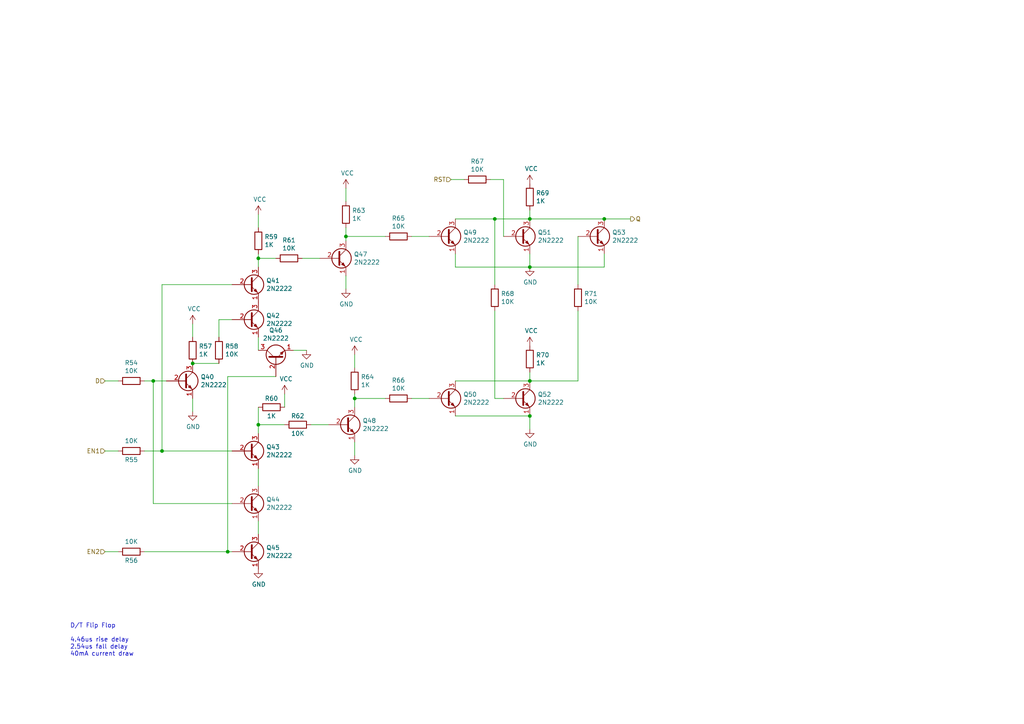
<source format=kicad_sch>
(kicad_sch (version 20230121) (generator eeschema)
  (paper "A4")
  (title_block (title "D Flip Flop") (date "2019-12-24") (rev "1") (comment 4 "Also doubles as a T flip-fop if desired"))
  (lib_symbols
    (symbol "2n2222:2N2222" (pin_names (offset 0) hide)
      (property "Reference" "Q" (at 5.08 1.905 0))
      (property "Value" "2N2222" (at 5.08 0 0))
      (symbol "2N2222_0_1"
        (polyline (pts (xy 0.635 0.635) (xy 2.54 2.54)))
        (polyline (pts (xy 0.635 -0.635) (xy 2.54 -2.54) (xy 2.54 -2.54)))
        (polyline (pts (xy 0.635 1.905) (xy 0.635 -1.905) (xy 0.635 -1.905)) (stroke (width 0.508)))
        (polyline (pts (xy 1.27 -1.778) (xy 1.778 -1.27) (xy 2.286 -2.286) (xy 1.27 -1.778) (xy 1.27 -1.778)) (fill (type outline)))
        (circle (center 1.27 0) (radius 2.8194) (stroke (width 0.254)))
      )
      (symbol "2N2222_1_1"
        (pin passive line (at 2.54 -5.08 90) (length 2.54) (name "E") (number "1"))
        (pin passive line (at -5.08 0 0) (length 5.715) (name "B") (number "2"))
        (pin passive line (at 2.54 5.08 270) (length 2.54) (name "C") (number "3"))
      )
    )
    (symbol "Device:R" (pin_numbers hide) (pin_names (offset 0))
      (property "Reference" "R" (at 2.032 0 90))
      (property "Value" "R" (at 0 0 90))
      (symbol "R_0_1"
        (rectangle (start -1.016 -2.54) (end 1.016 2.54) (stroke (width 0.254)))
      )
      (symbol "R_1_1"
        (pin passive line (at 0 3.81 270) (length 1.27) (name "~") (number "1"))
        (pin passive line (at 0 -3.81 90) (length 1.27) (name "~") (number "2"))
      )
    )
    (symbol "power:GND" (power) (pin_names (offset 0))
      (property "Value" "GND" (at 0 -3.81 0))
      (symbol "GND_0_1"
        (polyline (pts (xy 0 0) (xy 0 -1.27) (xy 1.27 -1.27) (xy 0 -2.54) (xy -1.27 -1.27) (xy 0 -1.27)))
      )
      (symbol "GND_1_1"
        (pin power_in line (at 0 0 270) (length 0) hide (name "GND") (number "1"))
      )
    )
    (symbol "power:VCC" (power) (pin_names (offset 0))
      (property "Value" "VCC" (at 0 3.81 0))
      (symbol "VCC_0_1"
        (polyline (pts (xy -0.762 1.27) (xy 0 2.54)))
        (polyline (pts (xy 0 0) (xy 0 2.54)))
        (polyline (pts (xy 0 2.54) (xy 0.762 1.27)))
      )
      (symbol "VCC_1_1"
        (pin power_in line (at 0 0 90) (length 0) hide (name "VCC") (number "1"))
      )
    )
  )
  (junction (at 44.45 110.49))
  (junction (at 74.93 74.93))
  (junction (at 66.04 160.02))
  (junction (at 153.67 77.47))
  (junction (at 175.26 63.5))
  (junction (at 153.67 63.5))
  (junction (at 46.99 130.81))
  (junction (at 102.87 115.57))
  (junction (at 74.93 123.19))
  (junction (at 55.88 105.41))
  (junction (at 100.33 68.58))
  (junction (at 153.67 110.49))
  (junction (at 153.67 120.65))
  (junction (at 143.51 63.5))
  (wire (pts (xy 46.99 82.55) (xy 46.99 130.81)))
  (wire (pts (xy 119.38 68.58) (xy 124.46 68.58)))
  (wire (pts (xy 132.08 120.65) (xy 153.67 120.65)))
  (wire (pts (xy 100.33 80.01) (xy 100.33 83.82)))
  (wire (pts (xy 44.45 146.05) (xy 67.31 146.05)))
  (wire (pts (xy 100.33 54.61) (xy 100.33 58.42)))
  (wire (pts (xy 30.48 110.49) (xy 34.29 110.49)))
  (wire (pts (xy 153.67 73.66) (xy 153.67 77.47)))
  (wire (pts (xy 100.33 68.58) (xy 100.33 69.85)))
  (wire (pts (xy 74.93 154.94) (xy 74.93 151.13)))
  (wire (pts (xy 143.51 90.17) (xy 143.51 115.57)))
  (wire (pts (xy 74.93 74.93) (xy 74.93 73.66)))
  (wire (pts (xy 66.04 160.02) (xy 67.31 160.02)))
  (wire (pts (xy 46.99 130.81) (xy 67.31 130.81)))
  (wire (pts (xy 41.91 110.49) (xy 44.45 110.49)))
  (wire (pts (xy 46.99 82.55) (xy 67.31 82.55)))
  (wire (pts (xy 111.76 68.58) (xy 100.33 68.58)))
  (wire (pts (xy 74.93 135.89) (xy 74.93 140.97)))
  (wire (pts (xy 167.64 82.55) (xy 167.64 68.58)))
  (wire (pts (xy 44.45 110.49) (xy 48.26 110.49)))
  (wire (pts (xy 55.88 97.79) (xy 55.88 93.98)))
  (wire (pts (xy 63.5 105.41) (xy 55.88 105.41)))
  (wire (pts (xy 46.99 130.81) (xy 41.91 130.81)))
  (wire (pts (xy 90.17 123.19) (xy 95.25 123.19)))
  (wire (pts (xy 63.5 97.79) (xy 63.5 92.71)))
  (wire (pts (xy 143.51 63.5) (xy 143.51 82.55)))
  (wire (pts (xy 100.33 66.04) (xy 100.33 68.58)))
  (wire (pts (xy 175.26 77.47) (xy 175.26 73.66)))
  (wire (pts (xy 102.87 102.87) (xy 102.87 106.68)))
  (wire (pts (xy 153.67 63.5) (xy 153.67 60.96)))
  (wire (pts (xy 55.88 119.38) (xy 55.88 115.57)))
  (wire (pts (xy 63.5 92.71) (xy 67.31 92.71)))
  (wire (pts (xy 143.51 115.57) (xy 146.05 115.57)))
  (wire (pts (xy 82.55 118.11) (xy 82.55 114.3)))
  (wire (pts (xy 102.87 114.3) (xy 102.87 115.57)))
  (wire (pts (xy 146.05 52.07) (xy 146.05 68.58)))
  (wire (pts (xy 132.08 73.66) (xy 132.08 77.47)))
  (wire (pts (xy 132.08 77.47) (xy 153.67 77.47)))
  (wire (pts (xy 41.91 160.02) (xy 66.04 160.02)))
  (wire (pts (xy 34.29 130.81) (xy 30.48 130.81)))
  (wire (pts (xy 74.93 118.11) (xy 74.93 123.19)))
  (wire (pts (xy 85.09 101.6) (xy 88.9 101.6)))
  (wire (pts (xy 153.67 110.49) (xy 167.64 110.49)))
  (wire (pts (xy 142.24 52.07) (xy 146.05 52.07)))
  (wire (pts (xy 74.93 97.79) (xy 74.93 101.6)))
  (wire (pts (xy 74.93 66.04) (xy 74.93 62.23)))
  (wire (pts (xy 102.87 115.57) (xy 102.87 118.11)))
  (wire (pts (xy 30.48 160.02) (xy 34.29 160.02)))
  (wire (pts (xy 74.93 77.47) (xy 74.93 74.93)))
  (wire (pts (xy 153.67 63.5) (xy 143.51 63.5)))
  (wire (pts (xy 153.67 124.46) (xy 153.67 120.65)))
  (wire (pts (xy 130.81 52.07) (xy 134.62 52.07)))
  (wire (pts (xy 143.51 63.5) (xy 132.08 63.5)))
  (wire (pts (xy 111.76 115.57) (xy 102.87 115.57)))
  (wire (pts (xy 80.01 74.93) (xy 74.93 74.93)))
  (wire (pts (xy 102.87 128.27) (xy 102.87 132.08)))
  (wire (pts (xy 153.67 110.49) (xy 153.67 107.95)))
  (wire (pts (xy 132.08 110.49) (xy 153.67 110.49)))
  (wire (pts (xy 66.04 109.22) (xy 80.01 109.22)))
  (wire (pts (xy 153.67 63.5) (xy 175.26 63.5)))
  (wire (pts (xy 66.04 109.22) (xy 66.04 160.02)))
  (wire (pts (xy 175.26 63.5) (xy 182.88 63.5)))
  (wire (pts (xy 167.64 110.49) (xy 167.64 90.17)))
  (wire (pts (xy 119.38 115.57) (xy 124.46 115.57)))
  (wire (pts (xy 44.45 110.49) (xy 44.45 146.05)))
  (wire (pts (xy 82.55 123.19) (xy 74.93 123.19)))
  (wire (pts (xy 87.63 74.93) (xy 92.71 74.93)))
  (wire (pts (xy 74.93 123.19) (xy 74.93 125.73)))
  (wire (pts (xy 153.67 77.47) (xy 175.26 77.47)))
  (text "D/T Flip Flop\n\n4.46us rise delay\n2.54us fall delay\n40mA current draw" (at 20.32 190.5 0) (effects (font (size 1.27 1.27)) (justify left bottom)))
  (hierarchical_label "RST" (shape input) (at 130.81 52.07 180))
  (hierarchical_label "EN1" (shape input) (at 30.48 130.81 180))
  (hierarchical_label "Q" (shape output) (at 182.88 63.5 0))
  (hierarchical_label "EN2" (shape input) (at 30.48 160.02 180))
  (hierarchical_label "D" (shape input) (at 30.48 110.49 180))
  (symbol (lib_id "Device:R") (at 100.33 62.23 0) (unit 1)
    (property "Reference" "R63" (at 102.108 61.0616 0) (effects (justify left)))
    (property "Value" "1K" (at 102.108 63.373 0) (effects (justify left)))
    (property "Footprint" "Resistor_THT:R_Axial_DIN0309_L9.0mm_D3.2mm_P12.70mm_Horizontal" (effects hide))
  )
  (symbol (lib_id "Device:R") (at 63.5 101.6 0) (unit 1)
    (property "Reference" "R58" (at 65.278 100.4316 0) (effects (justify left)))
    (property "Value" "10K" (at 65.278 102.743 0) (effects (justify left)))
    (property "Footprint" "Resistor_THT:R_Axial_DIN0309_L9.0mm_D3.2mm_P12.70mm_Horizontal" (effects hide))
  )
  (symbol (lib_id "2n2222:2N2222") (at 80.01 104.14 90) (unit 1)
    (property "Reference" "Q46" (at 80.01 95.8088 90))
    (property "Value" "2N2222" (at 80.01 98.1202 90))
    (property "Footprint" "Package_TO_SOT_THT:TO-92_Inline" (effects hide))
    (property "Datasheet" "https://www.fairchildsemi.com/datasheets/2N/2N3904.pdf" (effects hide))
  )
  (symbol (lib_id "power:GND") (at 74.93 165.1 0) (unit 1)
    (property "Reference" "#PWR069" (effects hide))
    (property "Value" "GND" (at 75.057 169.4942 0))
  )
  (symbol (lib_id "Device:R") (at 86.36 123.19 270) (unit 1)
    (property "Reference" "R62" (at 86.36 120.65 90))
    (property "Value" "10K" (at 86.36 125.73 90))
    (property "Footprint" "Resistor_THT:R_Axial_DIN0309_L9.0mm_D3.2mm_P12.70mm_Horizontal" (effects hide))
  )
  (symbol (lib_id "2n2222:2N2222") (at 100.33 123.19 0) (unit 1)
    (property "Reference" "Q48" (at 105.156 122.0216 0) (effects (justify left)))
    (property "Value" "2N2222" (at 105.156 124.333 0) (effects (justify left)))
    (property "Footprint" "Package_TO_SOT_THT:TO-92_Inline" (effects hide))
    (property "Datasheet" "https://www.fairchildsemi.com/datasheets/2N/2N3904.pdf" (effects hide))
  )
  (symbol (lib_id "power:VCC") (at 102.87 102.87 0) (unit 1)
    (property "Reference" "#PWR074" (effects hide))
    (property "Value" "VCC" (at 103.3018 98.4758 0))
  )
  (symbol (lib_id "2n2222:2N2222") (at 72.39 160.02 0) (unit 1)
    (property "Reference" "Q45" (at 77.216 158.8516 0) (effects (justify left)))
    (property "Value" "2N2222" (at 77.216 161.163 0) (effects (justify left)))
    (property "Footprint" "Package_TO_SOT_THT:TO-92_Inline" (effects hide))
    (property "Datasheet" "https://www.fairchildsemi.com/datasheets/2N/2N3904.pdf" (effects hide))
  )
  (symbol (lib_id "Device:R") (at 115.57 115.57 270) (unit 1)
    (property "Reference" "R66" (at 115.57 110.3122 90))
    (property "Value" "10K" (at 115.57 112.6236 90))
    (property "Footprint" "Resistor_THT:R_Axial_DIN0309_L9.0mm_D3.2mm_P12.70mm_Horizontal" (effects hide))
  )
  (symbol (lib_id "Device:R") (at 153.67 57.15 180) (unit 1)
    (property "Reference" "R69" (at 155.448 55.9816 0) (effects (justify right)))
    (property "Value" "1K" (at 155.448 58.293 0) (effects (justify right)))
    (property "Footprint" "Resistor_THT:R_Axial_DIN0309_L9.0mm_D3.2mm_P12.70mm_Horizontal" (effects hide))
  )
  (symbol (lib_id "power:VCC") (at 153.67 53.34 0) (unit 1)
    (property "Reference" "#PWR076" (effects hide))
    (property "Value" "VCC" (at 154.1018 48.9458 0))
  )
  (symbol (lib_id "Device:R") (at 138.43 52.07 270) (unit 1)
    (property "Reference" "R67" (at 138.43 46.8122 90))
    (property "Value" "10K" (at 138.43 49.1236 90))
    (property "Footprint" "Resistor_THT:R_Axial_DIN0309_L9.0mm_D3.2mm_P12.70mm_Horizontal" (effects hide))
  )
  (symbol (lib_id "2n2222:2N2222") (at 129.54 115.57 0) (unit 1)
    (property "Reference" "Q50" (at 134.366 114.4016 0) (effects (justify left)))
    (property "Value" "2N2222" (at 134.366 116.713 0) (effects (justify left)))
    (property "Footprint" "Package_TO_SOT_THT:TO-92_Inline" (effects hide))
    (property "Datasheet" "https://www.fairchildsemi.com/datasheets/2N/2N3904.pdf" (effects hide))
  )
  (symbol (lib_id "power:VCC") (at 153.67 100.33 0) (unit 1)
    (property "Reference" "#PWR078" (effects hide))
    (property "Value" "VCC" (at 154.1018 95.9358 0))
  )
  (symbol (lib_id "Device:R") (at 143.51 86.36 0) (unit 1)
    (property "Reference" "R68" (at 145.288 85.1916 0) (effects (justify left)))
    (property "Value" "10K" (at 145.288 87.503 0) (effects (justify left)))
    (property "Footprint" "Resistor_THT:R_Axial_DIN0309_L9.0mm_D3.2mm_P12.70mm_Horizontal" (effects hide))
  )
  (symbol (lib_id "power:VCC") (at 74.93 62.23 0) (unit 1)
    (property "Reference" "#PWR068" (effects hide))
    (property "Value" "VCC" (at 75.3618 57.8358 0))
  )
  (symbol (lib_id "Device:R") (at 83.82 74.93 270) (unit 1)
    (property "Reference" "R61" (at 83.82 69.6722 90))
    (property "Value" "10K" (at 83.82 71.9836 90))
    (property "Footprint" "Resistor_THT:R_Axial_DIN0309_L9.0mm_D3.2mm_P12.70mm_Horizontal" (effects hide))
  )
  (symbol (lib_id "2n2222:2N2222") (at 97.79 74.93 0) (unit 1)
    (property "Reference" "Q47" (at 102.616 73.7616 0) (effects (justify left)))
    (property "Value" "2N2222" (at 102.616 76.073 0) (effects (justify left)))
    (property "Footprint" "Package_TO_SOT_THT:TO-92_Inline" (effects hide))
    (property "Datasheet" "https://www.fairchildsemi.com/datasheets/2N/2N3904.pdf" (effects hide))
  )
  (symbol (lib_id "power:GND") (at 100.33 83.82 0) (unit 1)
    (property "Reference" "#PWR073" (effects hide))
    (property "Value" "GND" (at 100.457 88.2142 0))
  )
  (symbol (lib_id "power:GND") (at 55.88 119.38 0) (unit 1)
    (property "Reference" "#PWR067" (effects hide))
    (property "Value" "GND" (at 56.007 123.7742 0))
  )
  (symbol (lib_id "2n2222:2N2222") (at 72.39 146.05 0) (unit 1)
    (property "Reference" "Q44" (at 77.216 144.8816 0) (effects (justify left)))
    (property "Value" "2N2222" (at 77.216 147.193 0) (effects (justify left)))
    (property "Footprint" "Package_TO_SOT_THT:TO-92_Inline" (effects hide))
    (property "Datasheet" "https://www.fairchildsemi.com/datasheets/2N/2N3904.pdf" (effects hide))
  )
  (symbol (lib_id "Device:R") (at 38.1 130.81 270) (unit 1)
    (property "Reference" "R55" (at 38.1 133.35 90))
    (property "Value" "10K" (at 38.1 127.8636 90))
    (property "Footprint" "Resistor_THT:R_Axial_DIN0309_L9.0mm_D3.2mm_P12.70mm_Horizontal" (effects hide))
  )
  (symbol (lib_id "Device:R") (at 78.74 118.11 270) (unit 1)
    (property "Reference" "R60" (at 78.74 115.57 90))
    (property "Value" "1K" (at 78.74 120.65 90))
    (property "Footprint" "Resistor_THT:R_Axial_DIN0309_L9.0mm_D3.2mm_P12.70mm_Horizontal" (effects hide))
  )
  (symbol (lib_id "power:VCC") (at 82.55 114.3 0) (unit 1)
    (property "Reference" "#PWR070" (effects hide))
    (property "Value" "VCC" (at 82.9818 109.9058 0))
  )
  (symbol (lib_id "power:GND") (at 102.87 132.08 0) (unit 1)
    (property "Reference" "#PWR075" (effects hide))
    (property "Value" "GND" (at 102.997 136.4742 0))
  )
  (symbol (lib_id "Device:R") (at 38.1 160.02 270) (unit 1)
    (property "Reference" "R56" (at 38.1 162.56 90))
    (property "Value" "10K" (at 38.1 157.0736 90))
    (property "Footprint" "Resistor_THT:R_Axial_DIN0309_L9.0mm_D3.2mm_P12.70mm_Horizontal" (effects hide))
  )
  (symbol (lib_id "Device:R") (at 115.57 68.58 270) (unit 1)
    (property "Reference" "R65" (at 115.57 63.3222 90))
    (property "Value" "10K" (at 115.57 65.6336 90))
    (property "Footprint" "Resistor_THT:R_Axial_DIN0309_L9.0mm_D3.2mm_P12.70mm_Horizontal" (effects hide))
  )
  (symbol (lib_id "2n2222:2N2222") (at 151.13 115.57 0) (unit 1)
    (property "Reference" "Q52" (at 155.956 114.4016 0) (effects (justify left)))
    (property "Value" "2N2222" (at 155.956 116.713 0) (effects (justify left)))
    (property "Footprint" "Package_TO_SOT_THT:TO-92_Inline" (effects hide))
    (property "Datasheet" "https://www.fairchildsemi.com/datasheets/2N/2N3904.pdf" (effects hide))
  )
  (symbol (lib_id "power:GND") (at 153.67 124.46 0) (unit 1)
    (property "Reference" "#PWR079" (effects hide))
    (property "Value" "GND" (at 153.797 128.8542 0))
  )
  (symbol (lib_id "Device:R") (at 167.64 86.36 0) (unit 1)
    (property "Reference" "R71" (at 169.418 85.1916 0) (effects (justify left)))
    (property "Value" "10K" (at 169.418 87.503 0) (effects (justify left)))
    (property "Footprint" "Resistor_THT:R_Axial_DIN0309_L9.0mm_D3.2mm_P12.70mm_Horizontal" (effects hide))
  )
  (symbol (lib_id "2n2222:2N2222") (at 72.39 82.55 0) (unit 1)
    (property "Reference" "Q41" (at 77.216 81.3816 0) (effects (justify left)))
    (property "Value" "2N2222" (at 77.216 83.693 0) (effects (justify left)))
    (property "Footprint" "Package_TO_SOT_THT:TO-92_Inline" (effects hide))
    (property "Datasheet" "https://www.fairchildsemi.com/datasheets/2N/2N3904.pdf" (effects hide))
  )
  (symbol (lib_id "Device:R") (at 74.93 69.85 0) (unit 1)
    (property "Reference" "R59" (at 76.708 68.6816 0) (effects (justify left)))
    (property "Value" "1K" (at 76.708 70.993 0) (effects (justify left)))
    (property "Footprint" "Resistor_THT:R_Axial_DIN0309_L9.0mm_D3.2mm_P12.70mm_Horizontal" (effects hide))
  )
  (symbol (lib_id "power:VCC") (at 100.33 54.61 0) (unit 1)
    (property "Reference" "#PWR072" (effects hide))
    (property "Value" "VCC" (at 100.7618 50.2158 0))
  )
  (symbol (lib_id "2n2222:2N2222") (at 72.39 92.71 0) (unit 1)
    (property "Reference" "Q42" (at 77.216 91.5416 0) (effects (justify left)))
    (property "Value" "2N2222" (at 77.216 93.853 0) (effects (justify left)))
    (property "Footprint" "Package_TO_SOT_THT:TO-92_Inline" (effects hide))
    (property "Datasheet" "https://www.fairchildsemi.com/datasheets/2N/2N3904.pdf" (effects hide))
  )
  (symbol (lib_id "2n2222:2N2222") (at 53.34 110.49 0) (unit 1)
    (property "Reference" "Q40" (at 58.166 109.3216 0) (effects (justify left)))
    (property "Value" "2N2222" (at 58.166 111.633 0) (effects (justify left)))
    (property "Footprint" "Package_TO_SOT_THT:TO-92_Inline" (effects hide))
    (property "Datasheet" "https://www.fairchildsemi.com/datasheets/2N/2N3904.pdf" (effects hide))
  )
  (symbol (lib_id "Device:R") (at 38.1 110.49 270) (unit 1)
    (property "Reference" "R54" (at 38.1 105.2322 90))
    (property "Value" "10K" (at 38.1 107.5436 90))
    (property "Footprint" "Resistor_THT:R_Axial_DIN0309_L9.0mm_D3.2mm_P12.70mm_Horizontal" (effects hide))
  )
  (symbol (lib_id "power:VCC") (at 55.88 93.98 0) (unit 1)
    (property "Reference" "#PWR066" (effects hide))
    (property "Value" "VCC" (at 56.3118 89.5858 0))
  )
  (symbol (lib_id "Device:R") (at 55.88 101.6 0) (unit 1)
    (property "Reference" "R57" (at 57.658 100.4316 0) (effects (justify left)))
    (property "Value" "1K" (at 57.658 102.743 0) (effects (justify left)))
    (property "Footprint" "Resistor_THT:R_Axial_DIN0309_L9.0mm_D3.2mm_P12.70mm_Horizontal" (effects hide))
  )
  (symbol (lib_id "power:GND") (at 88.9 101.6 0) (unit 1)
    (property "Reference" "#PWR071" (effects hide))
    (property "Value" "GND" (at 89.027 105.9942 0))
  )
  (symbol (lib_id "2n2222:2N2222") (at 72.39 130.81 0) (unit 1)
    (property "Reference" "Q43" (at 77.216 129.6416 0) (effects (justify left)))
    (property "Value" "2N2222" (at 77.216 131.953 0) (effects (justify left)))
    (property "Footprint" "Package_TO_SOT_THT:TO-92_Inline" (effects hide))
    (property "Datasheet" "https://www.fairchildsemi.com/datasheets/2N/2N3904.pdf" (effects hide))
  )
  (symbol (lib_id "Device:R") (at 102.87 110.49 0) (unit 1)
    (property "Reference" "R64" (at 104.648 109.3216 0) (effects (justify left)))
    (property "Value" "1K" (at 104.648 111.633 0) (effects (justify left)))
    (property "Footprint" "Resistor_THT:R_Axial_DIN0309_L9.0mm_D3.2mm_P12.70mm_Horizontal" (effects hide))
  )
  (symbol (lib_id "2n2222:2N2222") (at 129.54 68.58 0) (unit 1)
    (property "Reference" "Q49" (at 134.366 67.4116 0) (effects (justify left)))
    (property "Value" "2N2222" (at 134.366 69.723 0) (effects (justify left)))
    (property "Footprint" "Package_TO_SOT_THT:TO-92_Inline" (effects hide))
    (property "Datasheet" "https://www.fairchildsemi.com/datasheets/2N/2N3904.pdf" (effects hide))
  )
  (symbol (lib_id "2n2222:2N2222") (at 151.13 68.58 0) (unit 1)
    (property "Reference" "Q51" (at 155.956 67.4116 0) (effects (justify left)))
    (property "Value" "2N2222" (at 155.956 69.723 0) (effects (justify left)))
    (property "Footprint" "Package_TO_SOT_THT:TO-92_Inline" (effects hide))
    (property "Datasheet" "https://www.fairchildsemi.com/datasheets/2N/2N3904.pdf" (effects hide))
  )
  (symbol (lib_id "2n2222:2N2222") (at 172.72 68.58 0) (unit 1)
    (property "Reference" "Q53" (at 177.546 67.4116 0) (effects (justify left)))
    (property "Value" "2N2222" (at 177.546 69.723 0) (effects (justify left)))
    (property "Footprint" "Package_TO_SOT_THT:TO-92_Inline" (effects hide))
    (property "Datasheet" "https://www.fairchildsemi.com/datasheets/2N/2N3904.pdf" (effects hide))
  )
  (symbol (lib_id "power:GND") (at 153.67 77.47 0) (unit 1)
    (property "Reference" "#PWR077" (effects hide))
    (property "Value" "GND" (at 153.797 81.8642 0))
  )
  (symbol (lib_id "Device:R") (at 153.67 104.14 0) (unit 1)
    (property "Reference" "R70" (at 155.448 102.9716 0) (effects (justify left)))
    (property "Value" "1K" (at 155.448 105.283 0) (effects (justify left)))
    (property "Footprint" "Resistor_THT:R_Axial_DIN0309_L9.0mm_D3.2mm_P12.70mm_Horizontal" (effects hide))
  )
)
</source>
